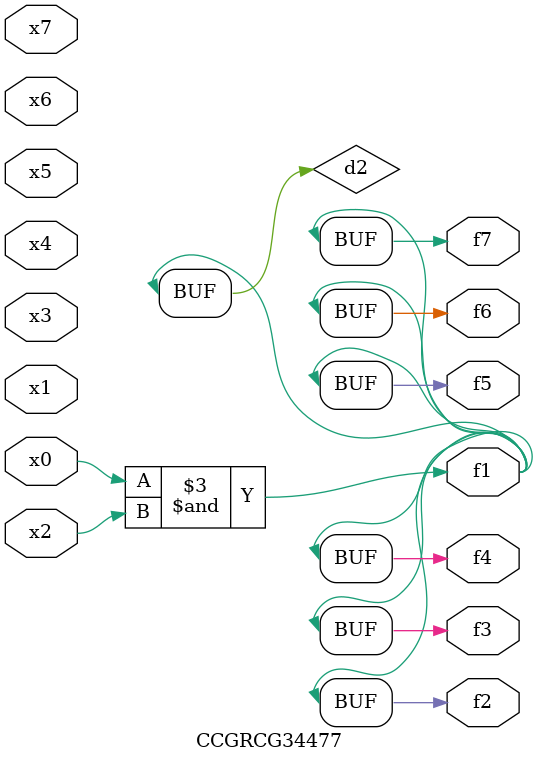
<source format=v>
module CCGRCG34477(
	input x0, x1, x2, x3, x4, x5, x6, x7,
	output f1, f2, f3, f4, f5, f6, f7
);

	wire d1, d2;

	nor (d1, x3, x6);
	and (d2, x0, x2);
	assign f1 = d2;
	assign f2 = d2;
	assign f3 = d2;
	assign f4 = d2;
	assign f5 = d2;
	assign f6 = d2;
	assign f7 = d2;
endmodule

</source>
